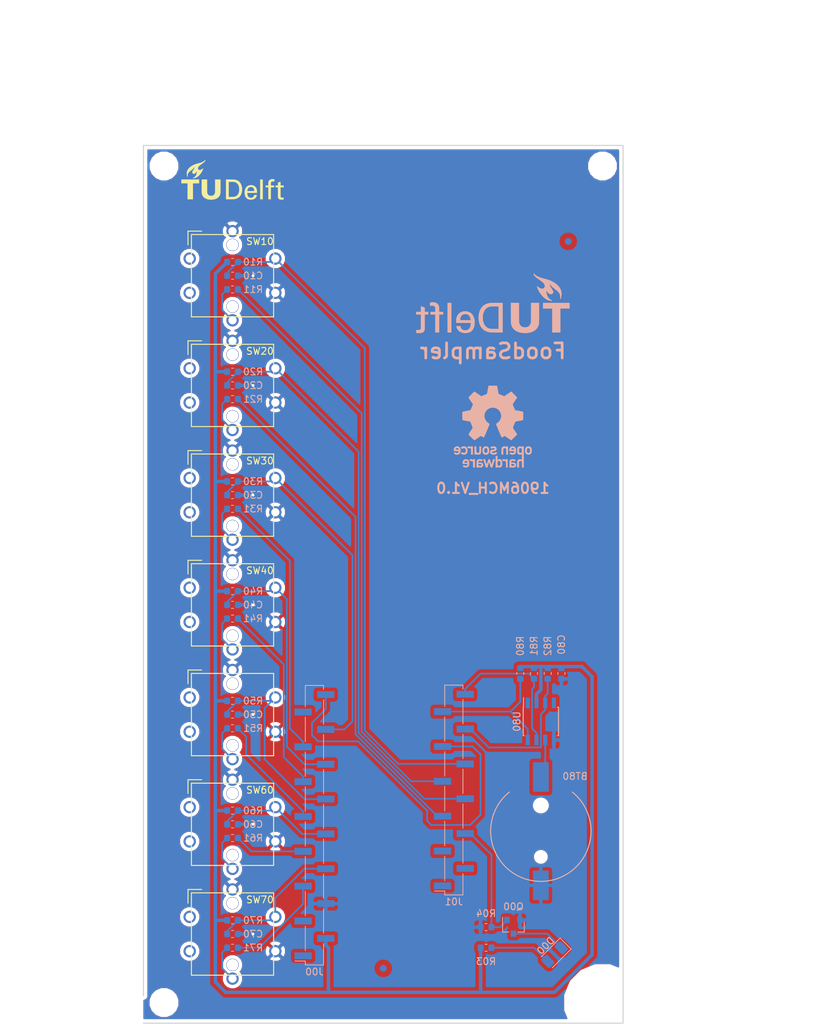
<source format=kicad_pcb>
(kicad_pcb (version 20171130) (host pcbnew "(5.0.1-3-g963ef8bb5)")
  (layers (0 F.Cu signal hide) (31 B.Cu signal hide) (34 B.Paste user) (35 F.Paste user) (36 B.SilkS user) (37 F.SilkS user) (38 B.Mask user) (39 F.Mask user) (44 Edge.Cuts user))
  (net 0 "")
  (net 1 SW1)
  (net 2 GND)
  (net 3 +3V3)
  (net 4 "Net-(R11-Pad1)")
  (net 5 SW2)
  (net 6 SW3)
  (net 7 SW4)
  (net 8 SW5)
  (net 9 SW6)
  (net 10 SW7)
  (net 11 LED1)
  (net 12 "Net-(R21-Pad1)")
  (net 13 LED2)
  (net 14 "Net-(R31-Pad1)")
  (net 15 LED3)
  (net 16 "Net-(R41-Pad1)")
  (net 17 LED4)
  (net 18 "Net-(R51-Pad1)")
  (net 19 LED5)
  (net 20 "Net-(R61-Pad1)")
  (net 21 LED6)
  (net 22 "Net-(R71-Pad1)")
  (net 23 LED7)
  (net 24 "Net-(SW10-Pad3)")
  (net 25 "Net-(SW20-Pad3)")
  (net 26 "Net-(SW30-Pad3)")
  (net 27 "Net-(SW40-Pad3)")
  (net 28 "Net-(SW50-Pad3)")
  (net 29 "Net-(SW60-Pad3)")
  (net 30 "Net-(SW70-Pad3)")
  (net 31 "Net-(SW10-Pad1)")
  (net 32 "Net-(SW20-Pad1)")
  (net 33 "Net-(SW30-Pad1)")
  (net 34 "Net-(SW40-Pad1)")
  (net 35 "Net-(SW50-Pad1)")
  (net 36 "Net-(SW60-Pad1)")
  (net 37 "Net-(SW70-Pad1)")
  (net 38 "Net-(J00-Pad1)")
  (net 39 "Net-(J00-Pad3)")
  (net 40 "Net-(J00-Pad15)")
  (net 41 "Net-(J00-Pad16)")
  (net 42 "Net-(J01-Pad1)")
  (net 43 "Net-(J01-Pad3)")
  (net 44 "Net-(J01-Pad2)")
  (net 45 "Net-(J01-Pad4)")
  (net 46 INT)
  (net 47 SCL)
  (net 48 SDA)
  (net 49 "Net-(U80-Pad1)")
  (net 50 "Net-(U80-Pad4)")
  (net 51 +BATT)
  (net 52 "Net-(D00-Pad1)")
  (net 53 "Net-(D00-Pad2)")
  (module Connector_PinHeader_2.54mm:PinHeader_1x16_P2.54mm_Vertical_SMD_Pin1Left (layer B.Cu) (at 79.855 138.33)
    (fp_text reference J00 (at 0 21.38) (layer B.SilkS) (effects (justify mirror)))
    (fp_text value Conn_01x16)
    (pad 1 smd rect (at -1.655 19.05) (size 2.51 1) (layers B.Cu B.Paste B.Mask) (net 38 "Net-(J00-Pad1)"))
    (pad 3 smd rect (at -1.655 13.97) (size 2.51 1) (layers B.Cu B.Paste B.Mask) (net 39 "Net-(J00-Pad3)"))
    (pad 5 smd rect (at -1.655 8.89) (size 2.51 1) (layers B.Cu B.Paste B.Mask) (net 23 LED7))
    (pad 7 smd rect (at -1.655 3.81) (size 2.51 1) (layers B.Cu B.Paste B.Mask) (net 21 LED6))
    (pad 9 smd rect (at -1.655 -1.27) (size 2.51 1) (layers B.Cu B.Paste B.Mask) (net 19 LED5))
    (pad 11 smd rect (at -1.655 -6.35) (size 2.51 1) (layers B.Cu B.Paste B.Mask) (net 17 LED4))
    (pad 13 smd rect (at -1.655 -11.43) (size 2.51 1) (layers B.Cu B.Paste B.Mask) (net 15 LED3))
    (pad 15 smd rect (at -1.655 -16.51) (size 2.51 1) (layers B.Cu B.Paste B.Mask) (net 40 "Net-(J00-Pad15)"))
    (pad 2 smd rect (at 1.655 16.51) (size 2.51 1) (layers B.Cu B.Paste B.Mask) (net 3 +3V3))
    (pad 4 smd rect (at 1.655 11.43) (size 2.51 1) (layers B.Cu B.Paste B.Mask) (net 2 GND))
    (pad 6 smd rect (at 1.655 6.35) (size 2.51 1) (layers B.Cu B.Paste B.Mask) (net 10 SW7))
    (pad 8 smd rect (at 1.655 1.27) (size 2.51 1) (layers B.Cu B.Paste B.Mask) (net 9 SW6))
    (pad 10 smd rect (at 1.655 -3.81) (size 2.51 1) (layers B.Cu B.Paste B.Mask) (net 8 SW5))
    (pad 12 smd rect (at 1.655 -8.89) (size 2.51 1) (layers B.Cu B.Paste B.Mask) (net 7 SW4))
    (pad 14 smd rect (at 1.655 -13.97) (size 2.51 1) (layers B.Cu B.Paste B.Mask) (net 6 SW3))
    (pad 16 smd rect (at 1.655 -19.05) (size 2.51 1) (layers B.Cu B.Paste B.Mask) (net 41 "Net-(J00-Pad16)"))
  )
  (module Capacitor_SMD:C_0603_1608Metric (layer B.Cu) (at 67.9 58.2)
    (fp_text reference C10 (at 3 0) (layer B.SilkS) (effects (justify mirror)))
    (fp_text value 100nF)
    (pad 1 smd roundrect (at -0.7875 0) (size 0.875 0.95) (layers B.Cu B.Paste B.Mask) (net 1 SW1))
    (pad 2 smd roundrect (at 0.7875 0) (size 0.875 0.95) (layers B.Cu B.Paste B.Mask) (net 2 GND))
  )
  (module Resistor_SMD:R_0603_1608Metric (layer B.Cu) (at 67.9 56.2 180)
    (fp_text reference R10 (at -3 0 180) (layer B.SilkS) (effects (justify mirror)))
    (fp_text value 10K)
    (pad 2 smd roundrect (at 0.7875 0 180) (size 0.875 0.95) (layers B.Cu B.Paste B.Mask) (net 3 +3V3))
    (pad 1 smd roundrect (at -0.7875 0 180) (size 0.875 0.95) (layers B.Cu B.Paste B.Mask) (net 1 SW1))
  )
  (module Resistor_SMD:R_0603_1608Metric (layer B.Cu) (at 67.9 60.2)
    (fp_text reference R11 (at 3 0) (layer B.SilkS) (effects (justify mirror)))
    (fp_text value 82R)
    (pad 1 smd roundrect (at -0.7875 0) (size 0.875 0.95) (layers B.Cu B.Paste B.Mask) (net 4 "Net-(R11-Pad1)"))
    (pad 2 smd roundrect (at 0.7875 0) (size 0.875 0.95) (layers B.Cu B.Paste B.Mask) (net 11 LED1))
  )
  (module Capacitor_SMD:C_0603_1608Metric (layer B.Cu) (at 67.9 74.2)
    (fp_text reference C20 (at 3 0) (layer B.SilkS) (effects (justify mirror)))
    (fp_text value 100nF)
    (pad 1 smd roundrect (at -0.7875 0) (size 0.875 0.95) (layers B.Cu B.Paste B.Mask) (net 5 SW2))
    (pad 2 smd roundrect (at 0.7875 0) (size 0.875 0.95) (layers B.Cu B.Paste B.Mask) (net 2 GND))
  )
  (module Capacitor_SMD:C_0603_1608Metric (layer B.Cu) (at 67.9 90.2)
    (fp_text reference C30 (at 3 0) (layer B.SilkS) (effects (justify mirror)))
    (fp_text value 100nF)
    (pad 2 smd roundrect (at 0.7875 0) (size 0.875 0.95) (layers B.Cu B.Paste B.Mask) (net 2 GND))
    (pad 1 smd roundrect (at -0.7875 0) (size 0.875 0.95) (layers B.Cu B.Paste B.Mask) (net 6 SW3))
  )
  (module Capacitor_SMD:C_0603_1608Metric (layer B.Cu) (at 67.9 106.2)
    (fp_text reference C40 (at 3 0) (layer B.SilkS) (effects (justify mirror)))
    (fp_text value 100nF)
    (pad 1 smd roundrect (at -0.7875 0) (size 0.875 0.95) (layers B.Cu B.Paste B.Mask) (net 7 SW4))
    (pad 2 smd roundrect (at 0.7875 0) (size 0.875 0.95) (layers B.Cu B.Paste B.Mask) (net 2 GND))
  )
  (module Capacitor_SMD:C_0603_1608Metric (layer B.Cu) (at 67.9 122.2)
    (fp_text reference C50 (at 3 0) (layer B.SilkS) (effects (justify mirror)))
    (fp_text value 100nF)
    (pad 2 smd roundrect (at 0.7875 0) (size 0.875 0.95) (layers B.Cu B.Paste B.Mask) (net 2 GND))
    (pad 1 smd roundrect (at -0.7875 0) (size 0.875 0.95) (layers B.Cu B.Paste B.Mask) (net 8 SW5))
  )
  (module Capacitor_SMD:C_0603_1608Metric (layer B.Cu) (at 67.9 138.2)
    (fp_text reference C60 (at 3 0) (layer B.SilkS) (effects (justify mirror)))
    (fp_text value 100nF)
    (pad 1 smd roundrect (at -0.7875 0) (size 0.875 0.95) (layers B.Cu B.Paste B.Mask) (net 9 SW6))
    (pad 2 smd roundrect (at 0.7875 0) (size 0.875 0.95) (layers B.Cu B.Paste B.Mask) (net 2 GND))
  )
  (module Capacitor_SMD:C_0603_1608Metric (layer B.Cu) (at 67.9 154.2)
    (fp_text reference C70 (at 3 0) (layer B.SilkS) (effects (justify mirror)))
    (fp_text value 100nF)
    (pad 2 smd roundrect (at 0.7875 0) (size 0.875 0.95) (layers B.Cu B.Paste B.Mask) (net 2 GND))
    (pad 1 smd roundrect (at -0.7875 0) (size 0.875 0.95) (layers B.Cu B.Paste B.Mask) (net 10 SW7))
  )
  (module Resistor_SMD:R_0603_1608Metric (layer B.Cu) (at 67.9 72.2 180)
    (fp_text reference R20 (at -3 0 180) (layer B.SilkS) (effects (justify mirror)))
    (fp_text value 10K)
    (pad 2 smd roundrect (at 0.7875 0 180) (size 0.875 0.95) (layers B.Cu B.Paste B.Mask) (net 3 +3V3))
    (pad 1 smd roundrect (at -0.7875 0 180) (size 0.875 0.95) (layers B.Cu B.Paste B.Mask) (net 5 SW2))
  )
  (module Resistor_SMD:R_0603_1608Metric (layer B.Cu) (at 67.9 76.2)
    (fp_text reference R21 (at 3 0) (layer B.SilkS) (effects (justify mirror)))
    (fp_text value 82R)
    (pad 1 smd roundrect (at -0.7875 0) (size 0.875 0.95) (layers B.Cu B.Paste B.Mask) (net 12 "Net-(R21-Pad1)"))
    (pad 2 smd roundrect (at 0.7875 0) (size 0.875 0.95) (layers B.Cu B.Paste B.Mask) (net 13 LED2))
  )
  (module Resistor_SMD:R_0603_1608Metric (layer B.Cu) (at 67.9 88.2 180)
    (fp_text reference R30 (at -3 0 180) (layer B.SilkS) (effects (justify mirror)))
    (fp_text value 10K)
    (pad 2 smd roundrect (at 0.7875 0 180) (size 0.875 0.95) (layers B.Cu B.Paste B.Mask) (net 3 +3V3))
    (pad 1 smd roundrect (at -0.7875 0 180) (size 0.875 0.95) (layers B.Cu B.Paste B.Mask) (net 6 SW3))
  )
  (module Resistor_SMD:R_0603_1608Metric (layer B.Cu) (at 67.9 92.2)
    (fp_text reference R31 (at 3 0) (layer B.SilkS) (effects (justify mirror)))
    (fp_text value 82R)
    (pad 1 smd roundrect (at -0.7875 0) (size 0.875 0.95) (layers B.Cu B.Paste B.Mask) (net 14 "Net-(R31-Pad1)"))
    (pad 2 smd roundrect (at 0.7875 0) (size 0.875 0.95) (layers B.Cu B.Paste B.Mask) (net 15 LED3))
  )
  (module Resistor_SMD:R_0603_1608Metric (layer B.Cu) (at 67.9 104.2 180)
    (fp_text reference R40 (at -3 0 180) (layer B.SilkS) (effects (justify mirror)))
    (fp_text value 10K)
    (pad 2 smd roundrect (at 0.7875 0 180) (size 0.875 0.95) (layers B.Cu B.Paste B.Mask) (net 3 +3V3))
    (pad 1 smd roundrect (at -0.7875 0 180) (size 0.875 0.95) (layers B.Cu B.Paste B.Mask) (net 7 SW4))
  )
  (module Resistor_SMD:R_0603_1608Metric (layer B.Cu) (at 67.9 108.2)
    (fp_text reference R41 (at 3 0) (layer B.SilkS) (effects (justify mirror)))
    (fp_text value 82R)
    (pad 1 smd roundrect (at -0.7875 0) (size 0.875 0.95) (layers B.Cu B.Paste B.Mask) (net 16 "Net-(R41-Pad1)"))
    (pad 2 smd roundrect (at 0.7875 0) (size 0.875 0.95) (layers B.Cu B.Paste B.Mask) (net 17 LED4))
  )
  (module Resistor_SMD:R_0603_1608Metric (layer B.Cu) (at 67.9 120.2 180)
    (fp_text reference R50 (at -3 0 180) (layer B.SilkS) (effects (justify mirror)))
    (fp_text value 10K)
    (pad 2 smd roundrect (at 0.7875 0 180) (size 0.875 0.95) (layers B.Cu B.Paste B.Mask) (net 3 +3V3))
    (pad 1 smd roundrect (at -0.7875 0 180) (size 0.875 0.95) (layers B.Cu B.Paste B.Mask) (net 8 SW5))
  )
  (module Resistor_SMD:R_0603_1608Metric (layer B.Cu) (at 67.9 124.2)
    (fp_text reference R51 (at 3 0) (layer B.SilkS) (effects (justify mirror)))
    (fp_text value 82R)
    (pad 1 smd roundrect (at -0.7875 0) (size 0.875 0.95) (layers B.Cu B.Paste B.Mask) (net 18 "Net-(R51-Pad1)"))
    (pad 2 smd roundrect (at 0.7875 0) (size 0.875 0.95) (layers B.Cu B.Paste B.Mask) (net 19 LED5))
  )
  (module Resistor_SMD:R_0603_1608Metric (layer B.Cu) (at 67.9 136.2 180)
    (fp_text reference R60 (at -3 0 180) (layer B.SilkS) (effects (justify mirror)))
    (fp_text value 10K)
    (pad 2 smd roundrect (at 0.7875 0 180) (size 0.875 0.95) (layers B.Cu B.Paste B.Mask) (net 3 +3V3))
    (pad 1 smd roundrect (at -0.7875 0 180) (size 0.875 0.95) (layers B.Cu B.Paste B.Mask) (net 9 SW6))
  )
  (module Resistor_SMD:R_0603_1608Metric (layer B.Cu) (at 67.9 140.2)
    (fp_text reference R61 (at 3 0) (layer B.SilkS) (effects (justify mirror)))
    (fp_text value 82R)
    (pad 1 smd roundrect (at -0.7875 0) (size 0.875 0.95) (layers B.Cu B.Paste B.Mask) (net 20 "Net-(R61-Pad1)"))
    (pad 2 smd roundrect (at 0.7875 0) (size 0.875 0.95) (layers B.Cu B.Paste B.Mask) (net 21 LED6))
  )
  (module Resistor_SMD:R_0603_1608Metric (layer B.Cu) (at 67.9 152.2 180)
    (fp_text reference R70 (at -3 0 180) (layer B.SilkS) (effects (justify mirror)))
    (fp_text value 10K)
    (pad 2 smd roundrect (at 0.7875 0 180) (size 0.875 0.95) (layers B.Cu B.Paste B.Mask) (net 3 +3V3))
    (pad 1 smd roundrect (at -0.7875 0 180) (size 0.875 0.95) (layers B.Cu B.Paste B.Mask) (net 10 SW7))
  )
  (module Resistor_SMD:R_0603_1608Metric (layer B.Cu) (at 67.9 156.2)
    (fp_text reference R71 (at 3 0) (layer B.SilkS) (effects (justify mirror)))
    (fp_text value 82R)
    (pad 1 smd roundrect (at -0.7875 0) (size 0.875 0.95) (layers B.Cu B.Paste B.Mask) (net 22 "Net-(R71-Pad1)"))
    (pad 2 smd roundrect (at 0.7875 0) (size 0.875 0.95) (layers B.Cu B.Paste B.Mask) (net 23 LED7))
  )
  (module _switch:MICRO_SW_LED (layer F.Cu) (at 67.9 58.2)
    (fp_text reference SW10 (at 4 -5) (layer F.SilkS))
    (fp_text value SWITCH_SPST_LED)
    (pad 1 thru_hole circle (at -6.25 -2.5) (size 1.8 1.8) (drill 1.2) (layers *.Cu *.Mask) (net 31 "Net-(SW10-Pad1)"))
    (pad 2 thru_hole circle (at 6.25 -2.5) (size 1.8 1.8) (drill 1.2) (layers *.Cu *.Mask) (net 1 SW1))
    (pad 3 thru_hole circle (at -6.25 2.5) (size 1.8 1.8) (drill 1.2) (layers *.Cu *.Mask) (net 24 "Net-(SW10-Pad3)"))
    (pad 4 thru_hole circle (at 6.25 2.5) (size 1.8 1.8) (drill 1.2) (layers *.Cu *.Mask) (net 2 GND))
    (pad 5 thru_hole circle (at 0 -6.5) (size 1.8 1.8) (drill 1.2) (layers *.Cu *.Mask) (net 2 GND))
    (pad 6 thru_hole circle (at 0 6.5) (size 1.8 1.8) (drill 1.2) (layers *.Cu *.Mask) (net 4 "Net-(R11-Pad1)"))
    (pad "" np_thru_hole circle (at 0 4.5) (size 1.8 1.8) (drill 1.7) (layers *.Cu *.Mask))
    (pad "" np_thru_hole circle (at 0 -4.5) (size 1.8 1.8) (drill 1.7) (layers *.Cu *.Mask))
  )
  (module _switch:MICRO_SW_LED (layer F.Cu) (at 67.9 74.2)
    (fp_text reference SW20 (at 4 -5) (layer F.SilkS))
    (fp_text value SWITCH_SPST_LED)
    (pad "" np_thru_hole circle (at 0 -4.5) (size 1.8 1.8) (drill 1.7) (layers *.Cu *.Mask))
    (pad "" np_thru_hole circle (at 0 4.5) (size 1.8 1.8) (drill 1.7) (layers *.Cu *.Mask))
    (pad 6 thru_hole circle (at 0 6.5) (size 1.8 1.8) (drill 1.2) (layers *.Cu *.Mask) (net 12 "Net-(R21-Pad1)"))
    (pad 5 thru_hole circle (at 0 -6.5) (size 1.8 1.8) (drill 1.2) (layers *.Cu *.Mask) (net 2 GND))
    (pad 4 thru_hole circle (at 6.25 2.5) (size 1.8 1.8) (drill 1.2) (layers *.Cu *.Mask) (net 2 GND))
    (pad 3 thru_hole circle (at -6.25 2.5) (size 1.8 1.8) (drill 1.2) (layers *.Cu *.Mask) (net 25 "Net-(SW20-Pad3)"))
    (pad 2 thru_hole circle (at 6.25 -2.5) (size 1.8 1.8) (drill 1.2) (layers *.Cu *.Mask) (net 5 SW2))
    (pad 1 thru_hole circle (at -6.25 -2.5) (size 1.8 1.8) (drill 1.2) (layers *.Cu *.Mask) (net 32 "Net-(SW20-Pad1)"))
  )
  (module _switch:MICRO_SW_LED (layer F.Cu) (at 67.9 90.2)
    (fp_text reference SW30 (at 4 -5) (layer F.SilkS))
    (fp_text value SWITCH_SPST_LED)
    (pad 1 thru_hole circle (at -6.25 -2.5) (size 1.8 1.8) (drill 1.2) (layers *.Cu *.Mask) (net 33 "Net-(SW30-Pad1)"))
    (pad 2 thru_hole circle (at 6.25 -2.5) (size 1.8 1.8) (drill 1.2) (layers *.Cu *.Mask) (net 6 SW3))
    (pad 3 thru_hole circle (at -6.25 2.5) (size 1.8 1.8) (drill 1.2) (layers *.Cu *.Mask) (net 26 "Net-(SW30-Pad3)"))
    (pad 4 thru_hole circle (at 6.25 2.5) (size 1.8 1.8) (drill 1.2) (layers *.Cu *.Mask) (net 2 GND))
    (pad 5 thru_hole circle (at 0 -6.5) (size 1.8 1.8) (drill 1.2) (layers *.Cu *.Mask) (net 2 GND))
    (pad 6 thru_hole circle (at 0 6.5) (size 1.8 1.8) (drill 1.2) (layers *.Cu *.Mask) (net 14 "Net-(R31-Pad1)"))
    (pad "" np_thru_hole circle (at 0 4.5) (size 1.8 1.8) (drill 1.7) (layers *.Cu *.Mask))
    (pad "" np_thru_hole circle (at 0 -4.5) (size 1.8 1.8) (drill 1.7) (layers *.Cu *.Mask))
  )
  (module _switch:MICRO_SW_LED (layer F.Cu) (at 67.9 106.2)
    (fp_text reference SW40 (at 4 -5) (layer F.SilkS))
    (fp_text value SWITCH_SPST_LED)
    (pad "" np_thru_hole circle (at 0 -4.5) (size 1.8 1.8) (drill 1.7) (layers *.Cu *.Mask))
    (pad "" np_thru_hole circle (at 0 4.5) (size 1.8 1.8) (drill 1.7) (layers *.Cu *.Mask))
    (pad 6 thru_hole circle (at 0 6.5) (size 1.8 1.8) (drill 1.2) (layers *.Cu *.Mask) (net 16 "Net-(R41-Pad1)"))
    (pad 5 thru_hole circle (at 0 -6.5) (size 1.8 1.8) (drill 1.2) (layers *.Cu *.Mask) (net 2 GND))
    (pad 4 thru_hole circle (at 6.25 2.5) (size 1.8 1.8) (drill 1.2) (layers *.Cu *.Mask) (net 2 GND))
    (pad 3 thru_hole circle (at -6.25 2.5) (size 1.8 1.8) (drill 1.2) (layers *.Cu *.Mask) (net 27 "Net-(SW40-Pad3)"))
    (pad 2 thru_hole circle (at 6.25 -2.5) (size 1.8 1.8) (drill 1.2) (layers *.Cu *.Mask) (net 7 SW4))
    (pad 1 thru_hole circle (at -6.25 -2.5) (size 1.8 1.8) (drill 1.2) (layers *.Cu *.Mask) (net 34 "Net-(SW40-Pad1)"))
  )
  (module _switch:MICRO_SW_LED (layer F.Cu) (at 67.9 122.2)
    (fp_text reference SW50 hide)
    (fp_text value SWITCH_SPST_LED)
    (pad 1 thru_hole circle (at -6.25 -2.5) (size 1.8 1.8) (drill 1.2) (layers *.Cu *.Mask) (net 35 "Net-(SW50-Pad1)"))
    (pad 2 thru_hole circle (at 6.25 -2.5) (size 1.8 1.8) (drill 1.2) (layers *.Cu *.Mask) (net 8 SW5))
    (pad 3 thru_hole circle (at -6.25 2.5) (size 1.8 1.8) (drill 1.2) (layers *.Cu *.Mask) (net 28 "Net-(SW50-Pad3)"))
    (pad 4 thru_hole circle (at 6.25 2.5) (size 1.8 1.8) (drill 1.2) (layers *.Cu *.Mask) (net 2 GND))
    (pad 5 thru_hole circle (at 0 -6.5) (size 1.8 1.8) (drill 1.2) (layers *.Cu *.Mask) (net 2 GND))
    (pad 6 thru_hole circle (at 0 6.5) (size 1.8 1.8) (drill 1.2) (layers *.Cu *.Mask) (net 18 "Net-(R51-Pad1)"))
    (pad "" np_thru_hole circle (at 0 4.5) (size 1.8 1.8) (drill 1.7) (layers *.Cu *.Mask))
    (pad "" np_thru_hole circle (at 0 -4.5) (size 1.8 1.8) (drill 1.7) (layers *.Cu *.Mask))
  )
  (module _switch:MICRO_SW_LED (layer F.Cu) (at 67.9 138.2)
    (fp_text reference SW60 (at 4 -5) (layer F.SilkS))
    (fp_text value SWITCH_SPST_LED)
    (pad "" np_thru_hole circle (at 0 -4.5) (size 1.8 1.8) (drill 1.7) (layers *.Cu *.Mask))
    (pad "" np_thru_hole circle (at 0 4.5) (size 1.8 1.8) (drill 1.7) (layers *.Cu *.Mask))
    (pad 6 thru_hole circle (at 0 6.5) (size 1.8 1.8) (drill 1.2) (layers *.Cu *.Mask) (net 20 "Net-(R61-Pad1)"))
    (pad 5 thru_hole circle (at 0 -6.5) (size 1.8 1.8) (drill 1.2) (layers *.Cu *.Mask) (net 2 GND))
    (pad 4 thru_hole circle (at 6.25 2.5) (size 1.8 1.8) (drill 1.2) (layers *.Cu *.Mask) (net 2 GND))
    (pad 3 thru_hole circle (at -6.25 2.5) (size 1.8 1.8) (drill 1.2) (layers *.Cu *.Mask) (net 29 "Net-(SW60-Pad3)"))
    (pad 2 thru_hole circle (at 6.25 -2.5) (size 1.8 1.8) (drill 1.2) (layers *.Cu *.Mask) (net 9 SW6))
    (pad 1 thru_hole circle (at -6.25 -2.5) (size 1.8 1.8) (drill 1.2) (layers *.Cu *.Mask) (net 36 "Net-(SW60-Pad1)"))
  )
  (module _switch:MICRO_SW_LED (layer F.Cu) (at 67.9 154.2)
    (fp_text reference SW70 (at 4 -5) (layer F.SilkS))
    (fp_text value SWITCH_SPST_LED)
    (pad 1 thru_hole circle (at -6.25 -2.5) (size 1.8 1.8) (drill 1.2) (layers *.Cu *.Mask) (net 37 "Net-(SW70-Pad1)"))
    (pad 2 thru_hole circle (at 6.25 -2.5) (size 1.8 1.8) (drill 1.2) (layers *.Cu *.Mask) (net 10 SW7))
    (pad 3 thru_hole circle (at -6.25 2.5) (size 1.8 1.8) (drill 1.2) (layers *.Cu *.Mask) (net 30 "Net-(SW70-Pad3)"))
    (pad 4 thru_hole circle (at 6.25 2.5) (size 1.8 1.8) (drill 1.2) (layers *.Cu *.Mask) (net 2 GND))
    (pad 5 thru_hole circle (at 0 -6.5) (size 1.8 1.8) (drill 1.2) (layers *.Cu *.Mask) (net 2 GND))
    (pad 6 thru_hole circle (at 0 6.5) (size 1.8 1.8) (drill 1.2) (layers *.Cu *.Mask) (net 22 "Net-(R71-Pad1)"))
    (pad "" np_thru_hole circle (at 0 4.5) (size 1.8 1.8) (drill 1.7) (layers *.Cu *.Mask))
    (pad "" np_thru_hole circle (at 0 -4.5) (size 1.8 1.8) (drill 1.7) (layers *.Cu *.Mask))
  )
  (module _special:LIPO_3V7_2A_50x60 (layer B.Cu) (at 89.9 76.2 270)
    (fp_text reference REF** hide)
    (fp_text value LIPO_3V7_2A_50x60)
  )
  (module Connector_PinHeader_2.54mm:PinHeader_1x12_P2.54mm_Vertical_SMD_Pin1Left (layer B.Cu) (at 100.2 133.2)
    (fp_text reference J01 (at 0 16.3) (layer B.SilkS) (effects (justify mirror)))
    (fp_text value Conn_01x12)
    (pad 1 smd rect (at -1.655 13.97) (size 2.51 1) (layers B.Cu B.Paste B.Mask) (net 42 "Net-(J01-Pad1)"))
    (pad 3 smd rect (at -1.655 8.89) (size 2.51 1) (layers B.Cu B.Paste B.Mask) (net 43 "Net-(J01-Pad3)"))
    (pad 5 smd rect (at -1.655 3.81) (size 2.51 1) (layers B.Cu B.Paste B.Mask) (net 13 LED2))
    (pad 7 smd rect (at -1.655 -1.27) (size 2.51 1) (layers B.Cu B.Paste B.Mask) (net 11 LED1))
    (pad 9 smd rect (at -1.655 -6.35) (size 2.51 1) (layers B.Cu B.Paste B.Mask) (net 41 "Net-(J00-Pad16)"))
    (pad 11 smd rect (at -1.655 -11.43) (size 2.51 1) (layers B.Cu B.Paste B.Mask) (net 47 SCL))
    (pad 2 smd rect (at 1.655 11.43) (size 2.51 1) (layers B.Cu B.Paste B.Mask) (net 44 "Net-(J01-Pad2)"))
    (pad 4 smd rect (at 1.655 6.35) (size 2.51 1) (layers B.Cu B.Paste B.Mask) (net 45 "Net-(J01-Pad4)"))
    (pad 6 smd rect (at 1.655 1.27) (size 2.51 1) (layers B.Cu B.Paste B.Mask) (net 5 SW2))
    (pad 8 smd rect (at 1.655 -3.81) (size 2.51 1) (layers B.Cu B.Paste B.Mask) (net 1 SW1))
    (pad 10 smd rect (at 1.655 -8.89) (size 2.51 1) (layers B.Cu B.Paste B.Mask) (net 46 INT))
    (pad 12 smd rect (at 1.655 -13.97) (size 2.51 1) (layers B.Cu B.Paste B.Mask) (net 48 SDA))
  )
  (module Capacitor_SMD:C_0603_1608Metric (layer B.Cu) (at 115.9 116.2 270)
    (fp_text reference C80 (at -4.2125 0 270) (layer B.SilkS) (effects (justify mirror)))
    (fp_text value 100nF)
    (pad 1 smd roundrect (at -0.7875 0 270) (size 0.875 0.95) (layers B.Cu B.Paste B.Mask) (net 3 +3V3))
    (pad 2 smd roundrect (at 0.7875 0 270) (size 0.875 0.95) (layers B.Cu B.Paste B.Mask) (net 2 GND))
  )
  (module Resistor_SMD:R_0603_1608Metric (layer B.Cu) (at 104.9 156.2 180)
    (fp_text reference R03 (at 0 -2 180) (layer B.SilkS) (effects (justify mirror)))
    (fp_text value 10K)
    (pad 2 smd roundrect (at 0.7875 0 180) (size 0.875 0.95) (layers B.Cu B.Paste B.Mask) (net 3 +3V3))
    (pad 1 smd roundrect (at -0.7875 0 180) (size 0.875 0.95) (layers B.Cu B.Paste B.Mask) (net 53 "Net-(D00-Pad2)"))
  )
  (module Resistor_SMD:R_0603_1608Metric (layer B.Cu) (at 109.9 116.2 90)
    (fp_text reference R80 (at 4 0 90) (layer B.SilkS) (effects (justify mirror)))
    (fp_text value 4K7)
    (pad 1 smd roundrect (at -0.7875 0 90) (size 0.875 0.95) (layers B.Cu B.Paste B.Mask) (net 47 SCL))
    (pad 2 smd roundrect (at 0.7875 0 90) (size 0.875 0.95) (layers B.Cu B.Paste B.Mask) (net 3 +3V3))
  )
  (module Resistor_SMD:R_0603_1608Metric (layer B.Cu) (at 111.9 116.2 90)
    (fp_text reference R81 (at 4 0 90) (layer B.SilkS) (effects (justify mirror)))
    (fp_text value 4K7)
    (pad 2 smd roundrect (at 0.7875 0 90) (size 0.875 0.95) (layers B.Cu B.Paste B.Mask) (net 3 +3V3))
    (pad 1 smd roundrect (at -0.7875 0 90) (size 0.875 0.95) (layers B.Cu B.Paste B.Mask) (net 48 SDA))
  )
  (module Resistor_SMD:R_0603_1608Metric (layer B.Cu) (at 113.9 116.2 90)
    (fp_text reference R82 (at 4 0 90) (layer B.SilkS) (effects (justify mirror)))
    (fp_text value 10K)
    (pad 1 smd roundrect (at -0.7875 0 90) (size 0.875 0.95) (layers B.Cu B.Paste B.Mask) (net 46 INT))
    (pad 2 smd roundrect (at 0.7875 0 90) (size 0.875 0.95) (layers B.Cu B.Paste B.Mask) (net 3 +3V3))
  )
  (module Package_SO:SOIC-8_3.9x4.9mm_P1.27mm (layer B.Cu) (at 112.9 123.2 270)
    (fp_text reference U80 (at 0 3.5 270) (layer B.SilkS) (effects (justify mirror)))
    (fp_text value DS3231MZ)
    (pad 1 smd rect (at -2.7 1.905 270) (size 1.55 0.6) (layers B.Cu B.Paste B.Mask) (net 49 "Net-(U80-Pad1)"))
    (pad 2 smd rect (at -2.7 0.635 270) (size 1.55 0.6) (layers B.Cu B.Paste B.Mask) (net 3 +3V3))
    (pad 3 smd rect (at -2.7 -0.635 270) (size 1.55 0.6) (layers B.Cu B.Paste B.Mask) (net 46 INT))
    (pad 4 smd rect (at -2.7 -1.905 270) (size 1.55 0.6) (layers B.Cu B.Paste B.Mask) (net 50 "Net-(U80-Pad4)"))
    (pad 5 smd rect (at 2.7 -1.905 270) (size 1.55 0.6) (layers B.Cu B.Paste B.Mask) (net 2 GND))
    (pad 6 smd rect (at 2.7 -0.635 270) (size 1.55 0.6) (layers B.Cu B.Paste B.Mask) (net 51 +BATT))
    (pad 7 smd rect (at 2.7 0.635 270) (size 1.55 0.6) (layers B.Cu B.Paste B.Mask) (net 48 SDA))
    (pad 8 smd rect (at 2.7 1.905 270) (size 1.55 0.6) (layers B.Cu B.Paste B.Mask) (net 47 SCL))
  )
  (module LED_SMD:LED_1206_3216Metric (layer B.Cu) (at 114.9 157.2 225)
    (fp_text reference D00 (at 0 1.82 225) (layer B.SilkS) (effects (justify mirror)))
    (fp_text value LED_Small)
    (pad 1 smd roundrect (at -1.399999 0 225) (size 1.25 1.75) (layers B.Cu B.Paste B.Mask) (roundrect_rratio 0.2) (net 52 "Net-(D00-Pad1)"))
    (pad 2 smd roundrect (at 1.399999 0 225) (size 1.25 1.75) (layers B.Cu B.Paste B.Mask) (roundrect_rratio 0.2) (net 53 "Net-(D00-Pad2)"))
  )
  (module _special:CH291-1220LF (layer B.Cu) (at 112.9 139.2)
    (fp_text reference BT80 (at 5 -8) (layer B.SilkS) (effects (justify mirror)))
    (fp_text value Battery_Cell)
    (pad 2 smd rect (at 0 7.9) (size 2.3 4.3) (layers B.Cu B.Paste B.Mask) (net 2 GND))
    (pad 1 smd rect (at 0 -7.9) (size 2.3 4.3) (layers B.Cu B.Paste B.Mask) (net 51 +BATT))
    (pad "" np_thru_hole circle (at 0 -3.75) (size 1.3 1.3) (drill 1.3) (layers *.Cu *.Mask))
    (pad "" np_thru_hole circle (at 0 3.75) (size 1 1) (drill 1) (layers *.Cu *.Mask))
  )
  (module Package_TO_SOT_SMD:SOT-23 (layer B.Cu) (at 108.9 153.15 270)
    (fp_text reference Q00 (at -2.95 0) (layer B.SilkS) (effects (justify mirror)))
    (fp_text value BSS138)
    (pad 1 smd rect (at -1 0.95 270) (size 0.9 0.8) (layers B.Cu B.Paste B.Mask) (net 45 "Net-(J01-Pad4)"))
    (pad 2 smd rect (at -1 -0.95 270) (size 0.9 0.8) (layers B.Cu B.Paste B.Mask) (net 2 GND))
    (pad 3 smd rect (at 1 0 270) (size 0.9 0.8) (layers B.Cu B.Paste B.Mask) (net 52 "Net-(D00-Pad1)"))
  )
  (module Resistor_SMD:R_0603_1608Metric (layer B.Cu) (at 104.9 153.2)
    (fp_text reference R04 (at 0 -2) (layer B.SilkS) (effects (justify mirror)))
    (fp_text value 10K)
    (pad 1 smd roundrect (at -0.7875 0) (size 0.875 0.95) (layers B.Cu B.Paste B.Mask) (net 2 GND))
    (pad 2 smd roundrect (at 0.7875 0) (size 0.875 0.95) (layers B.Cu B.Paste B.Mask) (net 45 "Net-(J01-Pad4)"))
  )
  (module MountingHole:MountingHole_3.2mm_M3_DIN965 (layer F.Cu) (at 57.9 164.2)
    (fp_text reference REF** hide)
    (fp_text value MountingHole_3.2mm_M3_DIN965)
    (pad 1 np_thru_hole circle (at 0 0) (size 3.2 3.2) (drill 3.2) (layers *.Cu *.Mask))
  )
  (module MountingHole:MountingHole_3.2mm_M3_DIN965 (layer F.Cu) (at 121.9 164.2)
    (fp_text reference REF** hide)
    (fp_text value MountingHole_3.2mm_M3_DIN965)
    (pad "" np_thru_hole circle (at 0 0) (size 3.2 3.2) (drill 3.2) (layers *.Cu *.Mask) (clearance 4))
  )
  (module MountingHole:MountingHole_3.2mm_M3_DIN965 (layer F.Cu) (at 121.9 42.2)
    (fp_text reference REF** hide)
    (fp_text value MountingHole_3.2mm_M3_DIN965)
    (pad 1 np_thru_hole circle (at 0 0) (size 3.2 3.2) (drill 3.2) (layers *.Cu *.Mask))
  )
  (module MountingHole:MountingHole_3.2mm_M3_DIN965 (layer F.Cu) (at 57.9 42.2)
    (fp_text reference REF** hide)
    (fp_text value MountingHole_3.2mm_M3_DIN965)
    (pad 1 np_thru_hole circle (at 0 0) (size 3.2 3.2) (drill 3.2) (layers *.Cu *.Mask))
  )
  (module Fiducial:Fiducial_1mm_Dia_2.54mm_Outer_CopperBottom (layer F.Cu) (at 89.9 159.2)
    (fp_text reference REF** hide)
    (fp_text value Fiducial_1mm_Dia_2.54mm_Outer_CopperBottom)
    (pad ~ smd circle (at 0 0) (size 1 1) (layers B.Cu B.Mask) (clearance 0.77))
  )
  (module Fiducial:Fiducial_1mm_Dia_2.54mm_Outer_CopperBottom (layer F.Cu) (at 116.9 53.2)
    (fp_text reference REF** hide)
    (fp_text value Fiducial_1mm_Dia_2.54mm_Outer_CopperBottom)
    (pad ~ smd circle (at 0 0) (size 1 1) (layers B.Cu B.Mask) (clearance 0.77))
  )
  (module _logo:TUDelft_15x5.9 (layer F.Cu) (at 67.9 44.2)
    (fp_text reference G*** hide)
    (fp_text value LOGO hide)
  )
  (module Symbol:OSHW-Logo_11.4x12mm_SilkScreen (layer B.Cu) (at 105.9 80.2 180)
    (fp_text reference REF** hide)
    (fp_text value OSHW-Logo_11.4x12mm_SilkScreen hide)
  )
  (module _logo:TUDelft_22.5x8.8 (layer B.Cu) (at 105.9 62.2 180)
    (fp_text reference G*** hide)
    (fp_text value LOGO hide)
  )
  (gr_text "1906MCH_V1.0\n" (at 105.9 89.2) (layer B.SilkS) (effects (font (size 1.5 1.5) (thickness 0.3)) (justify mirror)))
  (gr_text FoodSampler (at 105.9 69.2) (layer B.SilkS) (effects (font (size 2.2 2.2) (thickness 0.4)) (justify mirror)))
  (gr_line (start 54.9 163.2) (end 54.9 39.2) (layer Edge.Cuts) (width 0.15))
  (gr_line (start 124.9 167.2) (end 54.9 167.2) (layer Edge.Cuts) (width 0.15))
  (gr_line (start 124.9 39.2) (end 124.9 167.2) (layer Edge.Cuts) (width 0.15))
  (gr_line (start 54.9 39.2) (end 124.9 39.2) (layer Edge.Cuts) (width 0.15))
  (segment (start 73.65 56.2) (end 74.15 55.7) (width 0.25) (layer B.Cu) (net 1))
  (segment (start 68.6875 56.2) (end 73.65 56.2) (width 0.25) (layer B.Cu) (net 1))
  (segment (start 67.1125 57.775) (end 67.1125 58.2) (width 0.25) (layer B.Cu) (net 1))
  (segment (start 68.6875 56.2) (end 67.1125 57.775) (width 0.25) (layer B.Cu) (net 1))
  (segment (start 92.07923 129.39) (end 101.855 129.39) (width 0.25) (layer B.Cu) (net 1))
  (segment (start 87.20004 124.51081) (end 92.07923 129.39) (width 0.25) (layer B.Cu) (net 1))
  (segment (start 87.20004 68.75004) (end 87.20004 124.51081) (width 0.25) (layer B.Cu) (net 1))
  (segment (start 74.15 55.7) (end 87.20004 68.75004) (width 0.25) (layer B.Cu) (net 1))
  (via (at 70.9 154.2) (size 0.8) (drill 0.4) (layers F.Cu B.Cu) (net 2))
  (via (at 70.9 138.2) (size 0.8) (drill 0.4) (layers F.Cu B.Cu) (net 2))
  (via (at 70.9 122.2) (size 0.8) (drill 0.4) (layers F.Cu B.Cu) (net 2))
  (via (at 70.9 106.2) (size 0.8) (drill 0.4) (layers F.Cu B.Cu) (net 2))
  (via (at 70.9 90.2) (size 0.8) (drill 0.4) (layers F.Cu B.Cu) (net 2))
  (via (at 70.9 74.2) (size 0.8) (drill 0.4) (layers F.Cu B.Cu) (net 2))
  (via (at 70.9 58.2) (size 0.8) (drill 0.4) (layers F.Cu B.Cu) (net 2))
  (segment (start 66.9 162.7) (end 65.4 161.2) (width 0.5) (layer B.Cu) (net 3))
  (segment (start 65.4 57.9125) (end 67.1125 56.2) (width 0.5) (layer B.Cu) (net 3))
  (segment (start 67.1125 152.2) (end 65.4 152.2) (width 0.5) (layer B.Cu) (net 3))
  (segment (start 65.4 161.2) (end 65.4 152.2) (width 0.5) (layer B.Cu) (net 3))
  (segment (start 67.1125 136.2) (end 65.4 136.2) (width 0.5) (layer B.Cu) (net 3))
  (segment (start 65.4 152.2) (end 65.4 136.2) (width 0.5) (layer B.Cu) (net 3))
  (segment (start 67.1125 120.2) (end 65.4 120.2) (width 0.5) (layer B.Cu) (net 3))
  (segment (start 65.4 136.2) (end 65.4 120.2) (width 0.5) (layer B.Cu) (net 3))
  (segment (start 67.1125 104.2) (end 65.4 104.2) (width 0.5) (layer B.Cu) (net 3))
  (segment (start 65.4 120.2) (end 65.4 104.2) (width 0.5) (layer B.Cu) (net 3))
  (segment (start 67.1125 88.2) (end 65.4 88.2) (width 0.5) (layer B.Cu) (net 3))
  (segment (start 65.4 104.2) (end 65.4 88.2) (width 0.5) (layer B.Cu) (net 3))
  (segment (start 65.4 71.7) (end 65.4 57.9125) (width 0.5) (layer B.Cu) (net 3))
  (segment (start 65.4 72.2) (end 65.4 71.7) (width 0.5) (layer B.Cu) (net 3))
  (segment (start 67.1125 72.2) (end 65.4 72.2) (width 0.5) (layer B.Cu) (net 3))
  (segment (start 65.4 88.2) (end 65.4 72.2) (width 0.5) (layer B.Cu) (net 3))
  (segment (start 76.9 162.7) (end 66.9 162.7) (width 0.5) (layer B.Cu) (net 3))
  (segment (start 81.9 156.23) (end 81.9 162.7) (width 0.5) (layer B.Cu) (net 3))
  (segment (start 81.51 155.84) (end 81.9 156.23) (width 0.5) (layer B.Cu) (net 3))
  (segment (start 81.51 154.84) (end 81.51 155.84) (width 0.5) (layer B.Cu) (net 3))
  (segment (start 76.9 162.7) (end 81.9 162.7) (width 0.5) (layer B.Cu) (net 3))
  (segment (start 104.1125 156.2) (end 104.1125 162.4875) (width 0.5) (layer B.Cu) (net 3))
  (segment (start 104.1125 162.4875) (end 103.9 162.7) (width 0.5) (layer B.Cu) (net 3))
  (segment (start 81.9 162.7) (end 103.9 162.7) (width 0.5) (layer B.Cu) (net 3))
  (segment (start 114.9 162.7) (end 103.9 162.7) (width 0.5) (layer B.Cu) (net 3))
  (segment (start 120.37501 157.22499) (end 114.9 162.7) (width 0.5) (layer B.Cu) (net 3))
  (segment (start 120.37501 117.2) (end 120.37501 116.67501) (width 0.5) (layer B.Cu) (net 3))
  (segment (start 120.37501 117.2) (end 120.37501 157.22499) (width 0.5) (layer B.Cu) (net 3))
  (segment (start 120.37501 116.67501) (end 118.9 115.2) (width 0.5) (layer B.Cu) (net 3))
  (segment (start 109.9 115.2) (end 109.9 115.4125) (width 0.5) (layer B.Cu) (net 3))
  (segment (start 112.9 118.59) (end 112.9 115.2) (width 0.5) (layer B.Cu) (net 3))
  (segment (start 112.265 119.225) (end 112.9 118.59) (width 0.5) (layer B.Cu) (net 3))
  (segment (start 112.265 120.5) (end 112.265 119.225) (width 0.5) (layer B.Cu) (net 3))
  (segment (start 112.9 115.2) (end 109.9 115.2) (width 0.5) (layer B.Cu) (net 3))
  (segment (start 118.9 115.2) (end 112.9 115.2) (width 0.5) (layer B.Cu) (net 3))
  (segment (start 67.9 64.7) (end 66.4 63.2) (width 0.25) (layer B.Cu) (net 4))
  (segment (start 66.4 60.9125) (end 67.1125 60.2) (width 0.25) (layer B.Cu) (net 4))
  (segment (start 66.4 63.2) (end 66.4 60.9125) (width 0.25) (layer B.Cu) (net 4))
  (segment (start 73.65 72.2) (end 74.15 71.7) (width 0.25) (layer B.Cu) (net 5))
  (segment (start 68.6875 72.2) (end 73.65 72.2) (width 0.25) (layer B.Cu) (net 5))
  (segment (start 86.30002 83.85002) (end 74.15 71.7) (width 0.25) (layer B.Cu) (net 5))
  (segment (start 86.30002 121.9) (end 86.30002 83.85002) (width 0.25) (layer B.Cu) (net 5))
  (segment (start 86.30002 121.9) (end 86.30002 121.7) (width 0.25) (layer B.Cu) (net 5))
  (segment (start 67.1125 73.775) (end 67.1125 74.2) (width 0.25) (layer B.Cu) (net 5))
  (segment (start 68.6875 72.2) (end 67.1125 73.775) (width 0.25) (layer B.Cu) (net 5))
  (segment (start 95.88641 134.47) (end 101.855 134.47) (width 0.25) (layer B.Cu) (net 5))
  (segment (start 86.30002 124.88361) (end 95.88641 134.47) (width 0.25) (layer B.Cu) (net 5))
  (segment (start 86.30002 121.9) (end 86.30002 124.88361) (width 0.25) (layer B.Cu) (net 5))
  (segment (start 73.65 88.2) (end 74.15 87.7) (width 0.25) (layer B.Cu) (net 6))
  (segment (start 68.6875 88.2) (end 73.65 88.2) (width 0.25) (layer B.Cu) (net 6))
  (segment (start 67.1125 89.775) (end 67.1125 90.2) (width 0.25) (layer B.Cu) (net 6))
  (segment (start 68.6875 88.2) (end 67.1125 89.775) (width 0.25) (layer B.Cu) (net 6))
  (segment (start 85.4 98.95) (end 74.15 87.7) (width 0.25) (layer B.Cu) (net 6))
  (segment (start 84.24 124.36) (end 85.4 123.2) (width 0.25) (layer B.Cu) (net 6))
  (segment (start 81.51 124.36) (end 84.24 124.36) (width 0.25) (layer B.Cu) (net 6))
  (segment (start 85.4 123.2) (end 85.4 98.95) (width 0.25) (layer B.Cu) (net 6))
  (segment (start 73.65 104.2) (end 74.15 103.7) (width 0.25) (layer B.Cu) (net 7))
  (segment (start 68.6875 104.2) (end 73.65 104.2) (width 0.25) (layer B.Cu) (net 7))
  (segment (start 75.825011 105.375011) (end 75.049999 104.599999) (width 0.25) (layer B.Cu) (net 7))
  (segment (start 75.825011 126.865013) (end 75.825011 105.375011) (width 0.25) (layer B.Cu) (net 7))
  (segment (start 75.049999 104.599999) (end 74.15 103.7) (width 0.25) (layer B.Cu) (net 7))
  (segment (start 78.399998 129.44) (end 75.825011 126.865013) (width 0.25) (layer B.Cu) (net 7))
  (segment (start 81.51 129.44) (end 78.399998 129.44) (width 0.25) (layer B.Cu) (net 7))
  (segment (start 67.1125 105.775) (end 67.1125 106.2) (width 0.25) (layer B.Cu) (net 7))
  (segment (start 68.6875 104.2) (end 67.1125 105.775) (width 0.25) (layer B.Cu) (net 7))
  (segment (start 73.65 120.2) (end 74.15 119.7) (width 0.25) (layer B.Cu) (net 8))
  (segment (start 68.6875 120.2) (end 73.65 120.2) (width 0.25) (layer B.Cu) (net 8))
  (segment (start 78.399998 134.52) (end 72.6 128.720002) (width 0.25) (layer B.Cu) (net 8))
  (segment (start 81.51 134.52) (end 78.399998 134.52) (width 0.25) (layer B.Cu) (net 8))
  (segment (start 72.6 121.25) (end 74.15 119.7) (width 0.25) (layer B.Cu) (net 8))
  (segment (start 72.6 128.720002) (end 72.6 121.25) (width 0.25) (layer B.Cu) (net 8))
  (segment (start 67.1125 121.775) (end 67.1125 122.2) (width 0.25) (layer B.Cu) (net 8))
  (segment (start 68.6875 120.2) (end 67.1125 121.775) (width 0.25) (layer B.Cu) (net 8))
  (segment (start 73.65 136.2) (end 74.15 135.7) (width 0.25) (layer B.Cu) (net 9))
  (segment (start 68.6875 136.2) (end 73.65 136.2) (width 0.25) (layer B.Cu) (net 9))
  (segment (start 78.05 139.6) (end 74.15 135.7) (width 0.25) (layer B.Cu) (net 9))
  (segment (start 81.51 139.6) (end 78.05 139.6) (width 0.25) (layer B.Cu) (net 9))
  (segment (start 67.1125 137.775) (end 67.1125 138.2) (width 0.25) (layer B.Cu) (net 9))
  (segment (start 68.6875 136.2) (end 67.1125 137.775) (width 0.25) (layer B.Cu) (net 9))
  (segment (start 73.65 152.2) (end 74.15 151.7) (width 0.25) (layer B.Cu) (net 10))
  (segment (start 68.6875 152.2) (end 73.65 152.2) (width 0.25) (layer B.Cu) (net 10))
  (segment (start 74.15 150.427208) (end 74.15 151.7) (width 0.25) (layer B.Cu) (net 10))
  (segment (start 74.15 148.929998) (end 74.15 150.427208) (width 0.25) (layer B.Cu) (net 10))
  (segment (start 78.399998 144.68) (end 76.7 146.379998) (width 0.25) (layer B.Cu) (net 10))
  (segment (start 81.51 144.68) (end 78.399998 144.68) (width 0.25) (layer B.Cu) (net 10))
  (segment (start 76.7 146.379998) (end 74.15 148.929998) (width 0.25) (layer B.Cu) (net 10))
  (segment (start 77.014999 146.064999) (end 76.7 146.379998) (width 0.25) (layer B.Cu) (net 10))
  (segment (start 67.1125 153.775) (end 67.1125 154.2) (width 0.25) (layer B.Cu) (net 10))
  (segment (start 68.6875 152.2) (end 67.1125 153.775) (width 0.25) (layer B.Cu) (net 10))
  (segment (start 93.98282 131.93) (end 98.545 131.93) (width 0.25) (layer B.Cu) (net 11))
  (segment (start 86.75003 78.26253) (end 86.75003 124.69721) (width 0.25) (layer B.Cu) (net 11))
  (segment (start 86.75003 124.69721) (end 93.98282 131.93) (width 0.25) (layer B.Cu) (net 11))
  (segment (start 68.6875 60.2) (end 86.75003 78.26253) (width 0.25) (layer B.Cu) (net 11))
  (segment (start 67.9 80.7) (end 66.4 79.2) (width 0.25) (layer B.Cu) (net 12))
  (segment (start 66.4 76.9125) (end 67.1125 76.2) (width 0.25) (layer B.Cu) (net 12))
  (segment (start 66.4 79.2) (end 66.4 76.9125) (width 0.25) (layer B.Cu) (net 12))
  (segment (start 97.79 137.01) (end 98.545 137.01) (width 0.25) (layer B.Cu) (net 13))
  (segment (start 85.85001 125.07001) (end 97.79 137.01) (width 0.25) (layer B.Cu) (net 13))
  (segment (start 85.85001 93.36251) (end 85.85001 125.07001) (width 0.25) (layer B.Cu) (net 13))
  (segment (start 68.6875 76.2) (end 85.85001 93.36251) (width 0.25) (layer B.Cu) (net 13))
  (segment (start 67.9 96.7) (end 66.4 95.2) (width 0.25) (layer B.Cu) (net 14))
  (segment (start 66.4 92.9125) (end 67.1125 92.2) (width 0.25) (layer B.Cu) (net 14))
  (segment (start 66.4 95.2) (end 66.4 92.9125) (width 0.25) (layer B.Cu) (net 14))
  (segment (start 69.149112 92.661612) (end 68.6875 92.2) (width 0.25) (layer B.Cu) (net 15))
  (segment (start 76.275021 99.787521) (end 74.5 98.0125) (width 0.25) (layer B.Cu) (net 15))
  (segment (start 76.275021 124.225021) (end 76.275021 99.787521) (width 0.25) (layer B.Cu) (net 15))
  (segment (start 78.2 126.15) (end 76.275021 124.225021) (width 0.25) (layer B.Cu) (net 15))
  (segment (start 78.2 126.9) (end 78.2 126.15) (width 0.25) (layer B.Cu) (net 15))
  (segment (start 74.5 98.0125) (end 69.149112 92.661612) (width 0.25) (layer B.Cu) (net 15))
  (segment (start 67.9 112.7) (end 66.4 111.2) (width 0.25) (layer B.Cu) (net 16))
  (segment (start 66.4 108.9125) (end 67.1125 108.2) (width 0.25) (layer B.Cu) (net 16))
  (segment (start 66.4 111.2) (end 66.4 108.9125) (width 0.25) (layer B.Cu) (net 16))
  (segment (start 75.375001 114.887501) (end 69.149112 108.661612) (width 0.25) (layer B.Cu) (net 17))
  (segment (start 75.375001 128.405001) (end 75.375001 114.887501) (width 0.25) (layer B.Cu) (net 17))
  (segment (start 69.149112 108.661612) (end 68.6875 108.2) (width 0.25) (layer B.Cu) (net 17))
  (segment (start 78.2 131.23) (end 75.375001 128.405001) (width 0.25) (layer B.Cu) (net 17))
  (segment (start 78.2 131.98) (end 78.2 131.23) (width 0.25) (layer B.Cu) (net 17))
  (segment (start 67.9 128.7) (end 66.4 127.2) (width 0.25) (layer B.Cu) (net 18))
  (segment (start 66.4 124.9125) (end 67.1125 124.2) (width 0.25) (layer B.Cu) (net 18))
  (segment (start 66.4 127.2) (end 66.4 124.9125) (width 0.25) (layer B.Cu) (net 18))
  (segment (start 69.9 125.4125) (end 68.6875 124.2) (width 0.25) (layer B.Cu) (net 19))
  (segment (start 69.9 128.01) (end 69.9 126.9) (width 0.25) (layer B.Cu) (net 19))
  (segment (start 78.2 136.31) (end 69.9 128.01) (width 0.25) (layer B.Cu) (net 19))
  (segment (start 78.2 137.06) (end 78.2 136.31) (width 0.25) (layer B.Cu) (net 19))
  (segment (start 69.9 126.9) (end 69.9 125.4125) (width 0.25) (layer B.Cu) (net 19))
  (segment (start 69.9 127.06) (end 69.9 126.9) (width 0.25) (layer B.Cu) (net 19))
  (segment (start 67.9 144.7) (end 66.4 143.2) (width 0.25) (layer B.Cu) (net 20))
  (segment (start 66.4 140.9125) (end 67.1125 140.2) (width 0.25) (layer B.Cu) (net 20))
  (segment (start 66.4 143.2) (end 66.4 140.9125) (width 0.25) (layer B.Cu) (net 20))
  (segment (start 70.6275 142.14) (end 68.6875 140.2) (width 0.25) (layer B.Cu) (net 21))
  (segment (start 78.2 142.14) (end 70.6275 142.14) (width 0.25) (layer B.Cu) (net 21))
  (segment (start 67.9 160.7) (end 66.4 159.2) (width 0.25) (layer B.Cu) (net 22))
  (segment (start 66.4 156.9125) (end 67.1125 156.2) (width 0.25) (layer B.Cu) (net 22))
  (segment (start 66.4 159.2) (end 66.4 156.9125) (width 0.25) (layer B.Cu) (net 22))
  (segment (start 68.6875 156.2) (end 71.8 156.2) (width 0.25) (layer B.Cu) (net 23))
  (segment (start 78.2 149.8) (end 78.2 147.22) (width 0.25) (layer B.Cu) (net 23))
  (segment (start 71.8 156.2) (end 78.2 149.8) (width 0.25) (layer B.Cu) (net 23))
  (segment (start 81.51 119.28) (end 81.51 121.39) (width 0.25) (layer B.Cu) (net 41))
  (segment (start 81.51 121.39) (end 79.5 123.4) (width 0.25) (layer B.Cu) (net 41))
  (segment (start 79.5 123.4) (end 79.5 125.2) (width 0.25) (layer B.Cu) (net 41))
  (segment (start 79.5 125.2) (end 80.4 126.1) (width 0.25) (layer B.Cu) (net 41))
  (segment (start 80.4 126.1) (end 86.2 126.1) (width 0.25) (layer B.Cu) (net 41))
  (segment (start 86.2 126.1) (end 96.3 136.2) (width 0.25) (layer B.Cu) (net 41))
  (segment (start 96.3 136.2) (end 96.3 137.7) (width 0.25) (layer B.Cu) (net 41))
  (segment (start 96.3 137.7) (end 96.9 138.3) (width 0.25) (layer B.Cu) (net 41))
  (segment (start 96.9 138.3) (end 102.6 138.3) (width 0.25) (layer B.Cu) (net 41))
  (segment (start 102.6 138.3) (end 104.1 136.8) (width 0.25) (layer B.Cu) (net 41))
  (segment (start 104.1 136.8) (end 104.1 128) (width 0.25) (layer B.Cu) (net 41))
  (segment (start 102.95 126.85) (end 98.545 126.85) (width 0.25) (layer B.Cu) (net 41))
  (segment (start 104.1 128) (end 102.95 126.85) (width 0.25) (layer B.Cu) (net 41))
  (segment (start 105.6875 152.625) (end 105.6875 153.2) (width 0.25) (layer B.Cu) (net 45))
  (segment (start 105.6875 142.6275) (end 105.6875 152.625) (width 0.25) (layer B.Cu) (net 45))
  (segment (start 102.61 139.55) (end 105.6875 142.6275) (width 0.25) (layer B.Cu) (net 45))
  (segment (start 101.855 139.55) (end 102.61 139.55) (width 0.25) (layer B.Cu) (net 45))
  (segment (start 107.95 152.2) (end 107.95 152.15) (width 0.25) (layer B.Cu) (net 45))
  (segment (start 106.95 153.2) (end 107.95 152.2) (width 0.25) (layer B.Cu) (net 45))
  (segment (start 105.6875 153.2) (end 106.95 153.2) (width 0.25) (layer B.Cu) (net 45))
  (segment (start 112.909999 122.150001) (end 113.535 121.525) (width 0.25) (layer B.Cu) (net 46))
  (segment (start 112.909999 126.915003) (end 112.909999 122.150001) (width 0.25) (layer B.Cu) (net 46))
  (segment (start 113.535 121.525) (end 113.535 120.5) (width 0.25) (layer B.Cu) (net 46))
  (segment (start 105.300001 127.000001) (end 112.825001 127.000001) (width 0.25) (layer B.Cu) (net 46))
  (segment (start 112.825001 127.000001) (end 112.909999 126.915003) (width 0.25) (layer B.Cu) (net 46))
  (segment (start 102.61 124.31) (end 105.300001 127.000001) (width 0.25) (layer B.Cu) (net 46))
  (segment (start 101.855 124.31) (end 102.61 124.31) (width 0.25) (layer B.Cu) (net 46))
  (segment (start 113.9 119.11) (end 113.9 116.9875) (width 0.25) (layer B.Cu) (net 46))
  (segment (start 113.535 119.475) (end 113.9 119.11) (width 0.25) (layer B.Cu) (net 46))
  (segment (start 113.535 120.5) (end 113.535 119.475) (width 0.25) (layer B.Cu) (net 46))
  (segment (start 110.865 125.77) (end 110.995 125.9) (width 0.25) (layer B.Cu) (net 47))
  (segment (start 98.545 121.77) (end 108.47 121.77) (width 0.25) (layer B.Cu) (net 47))
  (segment (start 110.995 124.295) (end 110.995 125.9) (width 0.25) (layer B.Cu) (net 47))
  (segment (start 108.47 121.77) (end 110.995 124.295) (width 0.25) (layer B.Cu) (net 47))
  (segment (start 109.9 120.34) (end 108.47 121.77) (width 0.25) (layer B.Cu) (net 47))
  (segment (start 109.9 116.9875) (end 109.9 120.2) (width 0.25) (layer B.Cu) (net 47))
  (segment (start 109.9 120.34) (end 109.9 120.2) (width 0.25) (layer B.Cu) (net 47))
  (segment (start 112.265 125.425) (end 112.265 125.9) (width 0.25) (layer B.Cu) (net 48))
  (segment (start 101.855 119.23) (end 102.61 119.23) (width 0.25) (layer B.Cu) (net 48))
  (segment (start 111.620001 124.230001) (end 112.265 124.875) (width 0.25) (layer B.Cu) (net 48))
  (segment (start 112.265 124.875) (end 112.265 125.9) (width 0.25) (layer B.Cu) (net 48))
  (segment (start 111.620001 124.230001) (end 111.620001 118.479999) (width 0.25) (layer B.Cu) (net 48))
  (segment (start 111.9 118.2) (end 111.9 116.9875) (width 0.25) (layer B.Cu) (net 48))
  (segment (start 111.620001 118.479999) (end 111.9 118.2) (width 0.25) (layer B.Cu) (net 48))
  (segment (start 111.438388 116.525888) (end 111.9 116.9875) (width 0.25) (layer B.Cu) (net 48))
  (segment (start 111.13749 116.22499) (end 111.438388 116.525888) (width 0.25) (layer B.Cu) (net 48))
  (segment (start 104.11001 116.22499) (end 111.13749 116.22499) (width 0.25) (layer B.Cu) (net 48))
  (segment (start 101.855 118.48) (end 104.11001 116.22499) (width 0.25) (layer B.Cu) (net 48))
  (segment (start 101.855 119.23) (end 101.855 118.48) (width 0.25) (layer B.Cu) (net 48))
  (segment (start 113.535 132.935) (end 113.9 133.3) (width 0.25) (layer B.Cu) (net 51))
  (segment (start 113.535 125.9) (end 113.535 132.935) (width 0.25) (layer B.Cu) (net 51))
  (segment (start 113.829898 154.15) (end 115.889949 156.210051) (width 0.25) (layer B.Cu) (net 52))
  (segment (start 108.9 154.15) (end 113.829898 154.15) (width 0.25) (layer B.Cu) (net 52))
  (segment (start 105.6875 156.2) (end 111.920102 156.2) (width 0.25) (layer B.Cu) (net 53))
  (segment (start 111.910051 156.2) (end 113.9 158.2) (width 0.25) (layer B.Cu) (net 53))
  (zone (net 2) (net_name GND) (layer B.Cu) (connect_pads (clearance 0.508)) (min_thickness 0.254) (fill yes (arc_segments 16) (thermal_gap 0.508) (thermal_bridge_width 0.508))
    (polygon (pts (xy 54.9 167.2) (xy 124.9 167.2) (xy 124.9 39.2) (xy 54.9 39.2)))
  )
  (zone (net 2) (net_name GND) (layer F.Cu) (connect_pads (clearance 0.508)) (min_thickness 0.254) (fill yes (arc_segments 16) (thermal_gap 0.508) (thermal_bridge_width 0.508))
    (polygon (pts (xy 54.9 39.2) (xy 124.9 39.2) (xy 124.9 167.2) (xy 54.9 167.2)))
  )
)
</source>
